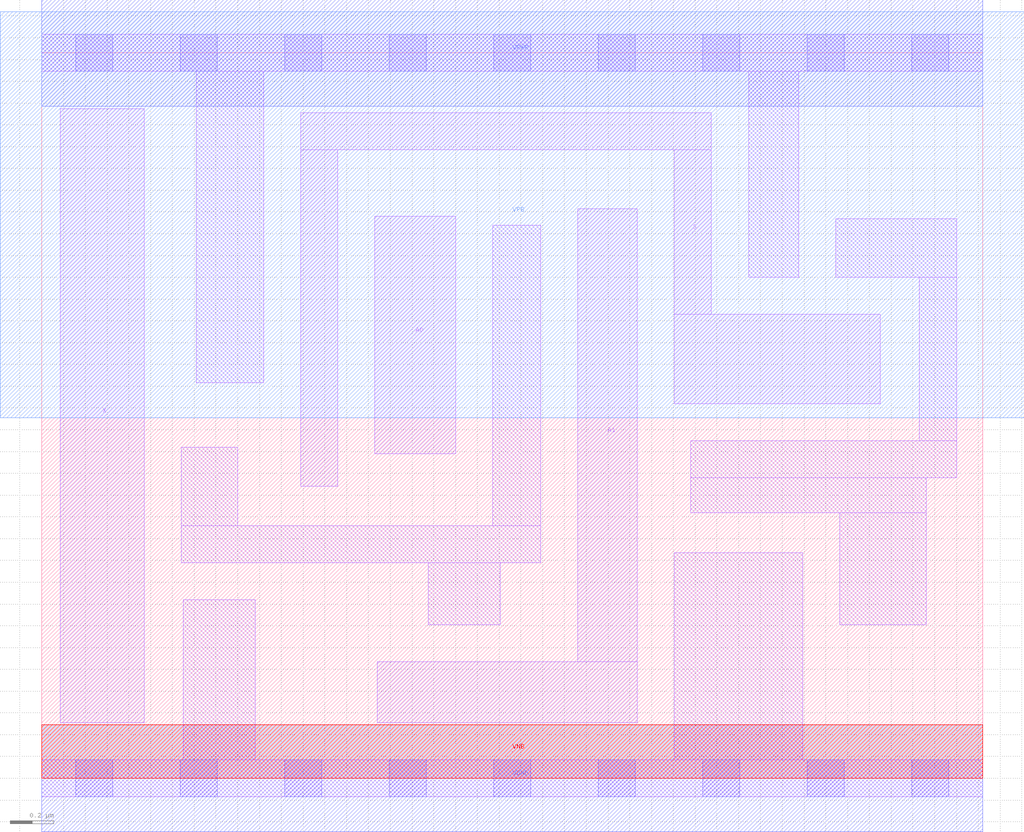
<source format=lef>
# Copyright 2020 The SkyWater PDK Authors
#
# Licensed under the Apache License, Version 2.0 (the "License");
# you may not use this file except in compliance with the License.
# You may obtain a copy of the License at
#
#     https://www.apache.org/licenses/LICENSE-2.0
#
# Unless required by applicable law or agreed to in writing, software
# distributed under the License is distributed on an "AS IS" BASIS,
# WITHOUT WARRANTIES OR CONDITIONS OF ANY KIND, either express or implied.
# See the License for the specific language governing permissions and
# limitations under the License.
#
# SPDX-License-Identifier: Apache-2.0

VERSION 5.7 ;
  NOWIREEXTENSIONATPIN ON ;
  DIVIDERCHAR "/" ;
  BUSBITCHARS "[]" ;
MACRO sky130_fd_sc_lp__mux2_1
  CLASS CORE ;
  FOREIGN sky130_fd_sc_lp__mux2_1 ;
  ORIGIN  0.000000  0.000000 ;
  SIZE  4.320000 BY  3.330000 ;
  SYMMETRY X Y R90 ;
  SITE unit ;
  PIN A0
    ANTENNAGATEAREA  0.126000 ;
    DIRECTION INPUT ;
    USE SIGNAL ;
    PORT
      LAYER li1 ;
        RECT 1.530000 1.490000 1.900000 2.580000 ;
    END
  END A0
  PIN A1
    ANTENNAGATEAREA  0.126000 ;
    DIRECTION INPUT ;
    USE SIGNAL ;
    PORT
      LAYER li1 ;
        RECT 1.540000 0.255000 2.735000 0.535000 ;
        RECT 2.460000 0.535000 2.735000 2.615000 ;
    END
  END A1
  PIN S
    ANTENNAGATEAREA  0.252000 ;
    DIRECTION INPUT ;
    USE SIGNAL ;
    PORT
      LAYER li1 ;
        RECT 1.190000 1.340000 1.360000 2.885000 ;
        RECT 1.190000 2.885000 3.075000 3.055000 ;
        RECT 2.905000 1.720000 3.850000 2.130000 ;
        RECT 2.905000 2.130000 3.075000 2.885000 ;
    END
  END S
  PIN X
    ANTENNADIFFAREA  0.556500 ;
    DIRECTION OUTPUT ;
    USE SIGNAL ;
    PORT
      LAYER li1 ;
        RECT 0.085000 0.255000 0.470000 3.075000 ;
    END
  END X
  PIN VGND
    DIRECTION INOUT ;
    USE GROUND ;
    PORT
      LAYER met1 ;
        RECT 0.000000 -0.245000 4.320000 0.245000 ;
    END
  END VGND
  PIN VNB
    DIRECTION INOUT ;
    USE GROUND ;
    PORT
      LAYER pwell ;
        RECT 0.000000 0.000000 4.320000 0.245000 ;
    END
  END VNB
  PIN VPB
    DIRECTION INOUT ;
    USE POWER ;
    PORT
      LAYER nwell ;
        RECT -0.190000 1.655000 4.510000 3.520000 ;
    END
  END VPB
  PIN VPWR
    DIRECTION INOUT ;
    USE POWER ;
    PORT
      LAYER met1 ;
        RECT 0.000000 3.085000 4.320000 3.575000 ;
    END
  END VPWR
  OBS
    LAYER li1 ;
      RECT 0.000000 -0.085000 4.320000 0.085000 ;
      RECT 0.000000  3.245000 4.320000 3.415000 ;
      RECT 0.640000  0.990000 2.290000 1.160000 ;
      RECT 0.640000  1.160000 0.900000 1.520000 ;
      RECT 0.650000  0.085000 0.980000 0.820000 ;
      RECT 0.710000  1.815000 1.020000 3.245000 ;
      RECT 1.775000  0.705000 2.105000 0.990000 ;
      RECT 2.070000  1.160000 2.290000 2.540000 ;
      RECT 2.905000  0.085000 3.495000 1.035000 ;
      RECT 2.980000  1.220000 4.060000 1.380000 ;
      RECT 2.980000  1.380000 4.200000 1.550000 ;
      RECT 3.245000  2.300000 3.475000 3.245000 ;
      RECT 3.645000  2.300000 4.200000 2.570000 ;
      RECT 3.665000  0.705000 4.060000 1.220000 ;
      RECT 4.030000  1.550000 4.200000 2.300000 ;
    LAYER mcon ;
      RECT 0.155000 -0.085000 0.325000 0.085000 ;
      RECT 0.155000  3.245000 0.325000 3.415000 ;
      RECT 0.635000 -0.085000 0.805000 0.085000 ;
      RECT 0.635000  3.245000 0.805000 3.415000 ;
      RECT 1.115000 -0.085000 1.285000 0.085000 ;
      RECT 1.115000  3.245000 1.285000 3.415000 ;
      RECT 1.595000 -0.085000 1.765000 0.085000 ;
      RECT 1.595000  3.245000 1.765000 3.415000 ;
      RECT 2.075000 -0.085000 2.245000 0.085000 ;
      RECT 2.075000  3.245000 2.245000 3.415000 ;
      RECT 2.555000 -0.085000 2.725000 0.085000 ;
      RECT 2.555000  3.245000 2.725000 3.415000 ;
      RECT 3.035000 -0.085000 3.205000 0.085000 ;
      RECT 3.035000  3.245000 3.205000 3.415000 ;
      RECT 3.515000 -0.085000 3.685000 0.085000 ;
      RECT 3.515000  3.245000 3.685000 3.415000 ;
      RECT 3.995000 -0.085000 4.165000 0.085000 ;
      RECT 3.995000  3.245000 4.165000 3.415000 ;
  END
END sky130_fd_sc_lp__mux2_1
END LIBRARY

</source>
